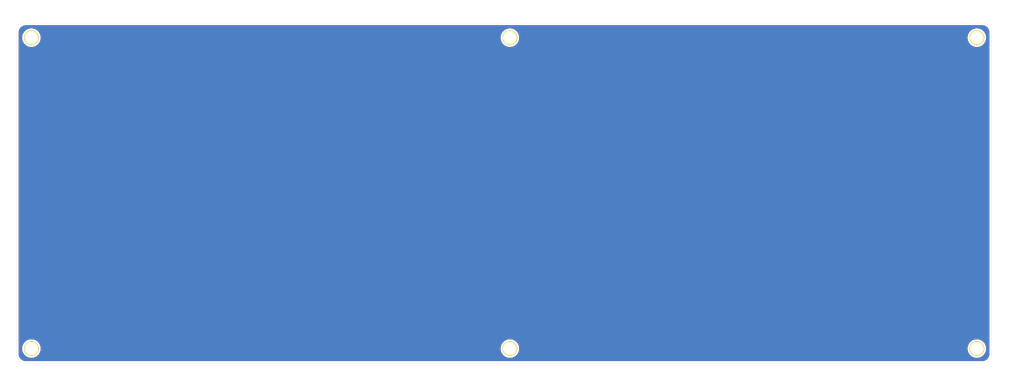
<source format=kicad_pcb>
(kicad_pcb (version 20171130) (host pcbnew "(5.1.5)-3")

  (general
    (thickness 1.6)
    (drawings 8)
    (tracks 0)
    (zones 0)
    (modules 6)
    (nets 1)
  )

  (page A4)
  (layers
    (0 F.Cu signal)
    (31 B.Cu signal)
    (32 B.Adhes user)
    (33 F.Adhes user)
    (34 B.Paste user)
    (35 F.Paste user)
    (36 B.SilkS user)
    (37 F.SilkS user)
    (38 B.Mask user)
    (39 F.Mask user)
    (40 Dwgs.User user)
    (41 Cmts.User user)
    (42 Eco1.User user)
    (43 Eco2.User user)
    (44 Edge.Cuts user)
    (45 Margin user)
    (46 B.CrtYd user)
    (47 F.CrtYd user)
    (48 B.Fab user)
    (49 F.Fab user)
  )

  (setup
    (last_trace_width 0.25)
    (user_trace_width 0.2)
    (trace_clearance 0.2)
    (zone_clearance 0.508)
    (zone_45_only no)
    (trace_min 0.2)
    (via_size 0.8)
    (via_drill 0.4)
    (via_min_size 0.4)
    (via_min_drill 0.3)
    (uvia_size 0.3)
    (uvia_drill 0.1)
    (uvias_allowed no)
    (uvia_min_size 0.2)
    (uvia_min_drill 0.1)
    (edge_width 0.05)
    (segment_width 0.2)
    (pcb_text_width 0.3)
    (pcb_text_size 1.5 1.5)
    (mod_edge_width 0.12)
    (mod_text_size 1 1)
    (mod_text_width 0.15)
    (pad_size 4 4)
    (pad_drill 3.2)
    (pad_to_mask_clearance 0.051)
    (solder_mask_min_width 0.25)
    (aux_axis_origin 0 0)
    (visible_elements 7FFFFFFF)
    (pcbplotparams
      (layerselection 0x010fc_ffffffff)
      (usegerberextensions true)
      (usegerberattributes false)
      (usegerberadvancedattributes false)
      (creategerberjobfile false)
      (excludeedgelayer true)
      (linewidth 0.100000)
      (plotframeref false)
      (viasonmask false)
      (mode 1)
      (useauxorigin false)
      (hpglpennumber 1)
      (hpglpenspeed 20)
      (hpglpendiameter 15.000000)
      (psnegative false)
      (psa4output false)
      (plotreference true)
      (plotvalue true)
      (plotinvisibletext false)
      (padsonsilk false)
      (subtractmaskfromsilk false)
      (outputformat 1)
      (mirror false)
      (drillshape 0)
      (scaleselection 1)
      (outputdirectory "gerber/plate_bot/"))
  )

  (net 0 "")

  (net_class Default "This is the default net class."
    (clearance 0.2)
    (trace_width 0.25)
    (via_dia 0.8)
    (via_drill 0.4)
    (uvia_dia 0.3)
    (uvia_drill 0.1)
  )

  (module keyboard_parts:HOLE_M3 (layer F.Cu) (tedit 0) (tstamp 5E56BE71)
    (at 245.872 208.6205)
    (fp_text reference HOLE_M3 (at 0 -4.5) (layer F.SilkS) hide
      (effects (font (size 1.524 1.524) (thickness 0.3048)))
    )
    (fp_text value VAL** (at 0.05 -7.25) (layer F.SilkS) hide
      (effects (font (size 1.524 1.524) (thickness 0.3048)))
    )
    (pad 1 thru_hole circle (at 0 0) (size 4 4) (drill 3.2) (layers *.Cu *.Mask F.SilkS))
  )

  (module keyboard_parts:HOLE_M3 (layer F.Cu) (tedit 0) (tstamp 5E56BE67)
    (at 245.872 124.5005)
    (fp_text reference HOLE_M3 (at 0 -4.5) (layer F.SilkS) hide
      (effects (font (size 1.524 1.524) (thickness 0.3048)))
    )
    (fp_text value VAL** (at 0.05 -7.25) (layer F.SilkS) hide
      (effects (font (size 1.524 1.524) (thickness 0.3048)))
    )
    (pad 1 thru_hole circle (at 0 0) (size 4 4) (drill 3.2) (layers *.Cu *.Mask F.SilkS))
  )

  (module keyboard_parts:HOLE_M3 (layer F.Cu) (tedit 0) (tstamp 5E56BDF0)
    (at 372.0695 124.5005)
    (fp_text reference HOLE_M3 (at 0 -4.5) (layer F.SilkS) hide
      (effects (font (size 1.524 1.524) (thickness 0.3048)))
    )
    (fp_text value VAL** (at 0.05 -7.25) (layer F.SilkS) hide
      (effects (font (size 1.524 1.524) (thickness 0.3048)))
    )
    (pad 1 thru_hole circle (at 0 0) (size 4 4) (drill 3.2) (layers *.Cu *.Mask F.SilkS))
  )

  (module keyboard_parts:HOLE_M3 (layer F.Cu) (tedit 0) (tstamp 5E56BF70)
    (at 372.0695 208.6205)
    (fp_text reference HOLE_M3 (at 0 -4.5) (layer F.SilkS) hide
      (effects (font (size 1.524 1.524) (thickness 0.3048)))
    )
    (fp_text value VAL** (at 0.05 -7.25) (layer F.SilkS) hide
      (effects (font (size 1.524 1.524) (thickness 0.3048)))
    )
    (pad 1 thru_hole circle (at 0 0) (size 4 4) (drill 3.2) (layers *.Cu *.Mask F.SilkS))
  )

  (module keyboard_parts:HOLE_M3 (layer F.Cu) (tedit 0) (tstamp 5E56BEA0)
    (at 116.563 208.6205)
    (fp_text reference HOLE_M3 (at 0 -4.5) (layer F.SilkS) hide
      (effects (font (size 1.524 1.524) (thickness 0.3048)))
    )
    (fp_text value VAL** (at 0.05 -7.25) (layer F.SilkS) hide
      (effects (font (size 1.524 1.524) (thickness 0.3048)))
    )
    (pad 1 thru_hole circle (at 0 0) (size 4 4) (drill 3.2) (layers *.Cu *.Mask F.SilkS))
  )

  (module keyboard_parts:HOLE_M3 (layer F.Cu) (tedit 0) (tstamp 5E56BE87)
    (at 116.563 124.5005)
    (fp_text reference HOLE_M3 (at 0 -4.5) (layer F.SilkS) hide
      (effects (font (size 1.524 1.524) (thickness 0.3048)))
    )
    (fp_text value VAL** (at 0.05 -7.25) (layer F.SilkS) hide
      (effects (font (size 1.524 1.524) (thickness 0.3048)))
    )
    (pad 1 thru_hole circle (at 0 0) (size 4 4) (drill 3.2) (layers *.Cu *.Mask F.SilkS))
  )

  (gr_arc (start 114.9995 210.1205) (end 112.5865 210.1205) (angle -90) (layer Edge.Cuts) (width 0.05))
  (gr_arc (start 373.5695 210.1205) (end 373.5695 212.5335) (angle -90) (layer Edge.Cuts) (width 0.05))
  (gr_arc (start 373.5695 123.0005) (end 375.9825 123.0005) (angle -90) (layer Edge.Cuts) (width 0.05))
  (gr_arc (start 115.063 123.064) (end 114.9995 120.5875) (angle -88.53119929) (layer Edge.Cuts) (width 0.05))
  (gr_line (start 112.5865 210.1205) (end 112.5865 123.064) (layer Edge.Cuts) (width 0.05) (tstamp 5D704595))
  (gr_line (start 373.5695 212.5335) (end 114.9995 212.5335) (layer Edge.Cuts) (width 0.05))
  (gr_line (start 375.9825 123.0005) (end 375.9825 210.1205) (layer Edge.Cuts) (width 0.05))
  (gr_line (start 114.9995 120.5875) (end 373.5695 120.5875) (layer Edge.Cuts) (width 0.05))

  (zone (net 0) (net_name "") (layer F.Cu) (tstamp 5E862130) (hatch edge 0.508)
    (connect_pads (clearance 0.508))
    (min_thickness 0.254)
    (fill yes (arc_segments 32) (thermal_gap 0.508) (thermal_bridge_width 0.508))
    (polygon
      (pts
        (xy 380.111 218.948) (xy 109.982 215.265) (xy 111.76 118.364) (xy 118.364 117.856) (xy 381 114.3)
      )
    )
    (filled_polygon
      (pts
        (xy 373.909378 121.28399) (xy 374.23631 121.382696) (xy 374.537843 121.543025) (xy 374.802495 121.75887) (xy 375.020178 122.022003)
        (xy 375.182608 122.322411) (xy 375.283596 122.64865) (xy 375.3225 123.0188) (xy 375.322501 210.088211) (xy 375.28601 210.460377)
        (xy 375.187303 210.787312) (xy 375.026976 211.088843) (xy 374.811132 211.353493) (xy 374.547996 211.571179) (xy 374.247589 211.733608)
        (xy 373.92135 211.834596) (xy 373.5512 211.8735) (xy 115.031779 211.8735) (xy 114.659623 211.83701) (xy 114.332688 211.738303)
        (xy 114.031157 211.577976) (xy 113.766507 211.362132) (xy 113.548821 211.098996) (xy 113.386392 210.798589) (xy 113.285404 210.47235)
        (xy 113.2465 210.1022) (xy 113.2465 208.360975) (xy 113.928 208.360975) (xy 113.928 208.880025) (xy 114.029261 209.389101)
        (xy 114.227893 209.868641) (xy 114.516262 210.300215) (xy 114.883285 210.667238) (xy 115.314859 210.955607) (xy 115.794399 211.154239)
        (xy 116.303475 211.2555) (xy 116.822525 211.2555) (xy 117.331601 211.154239) (xy 117.811141 210.955607) (xy 118.242715 210.667238)
        (xy 118.609738 210.300215) (xy 118.898107 209.868641) (xy 119.096739 209.389101) (xy 119.198 208.880025) (xy 119.198 208.360975)
        (xy 243.237 208.360975) (xy 243.237 208.880025) (xy 243.338261 209.389101) (xy 243.536893 209.868641) (xy 243.825262 210.300215)
        (xy 244.192285 210.667238) (xy 244.623859 210.955607) (xy 245.103399 211.154239) (xy 245.612475 211.2555) (xy 246.131525 211.2555)
        (xy 246.640601 211.154239) (xy 247.120141 210.955607) (xy 247.551715 210.667238) (xy 247.918738 210.300215) (xy 248.207107 209.868641)
        (xy 248.405739 209.389101) (xy 248.507 208.880025) (xy 248.507 208.360975) (xy 369.4345 208.360975) (xy 369.4345 208.880025)
        (xy 369.535761 209.389101) (xy 369.734393 209.868641) (xy 370.022762 210.300215) (xy 370.389785 210.667238) (xy 370.821359 210.955607)
        (xy 371.300899 211.154239) (xy 371.809975 211.2555) (xy 372.329025 211.2555) (xy 372.838101 211.154239) (xy 373.317641 210.955607)
        (xy 373.749215 210.667238) (xy 374.116238 210.300215) (xy 374.404607 209.868641) (xy 374.603239 209.389101) (xy 374.7045 208.880025)
        (xy 374.7045 208.360975) (xy 374.603239 207.851899) (xy 374.404607 207.372359) (xy 374.116238 206.940785) (xy 373.749215 206.573762)
        (xy 373.317641 206.285393) (xy 372.838101 206.086761) (xy 372.329025 205.9855) (xy 371.809975 205.9855) (xy 371.300899 206.086761)
        (xy 370.821359 206.285393) (xy 370.389785 206.573762) (xy 370.022762 206.940785) (xy 369.734393 207.372359) (xy 369.535761 207.851899)
        (xy 369.4345 208.360975) (xy 248.507 208.360975) (xy 248.405739 207.851899) (xy 248.207107 207.372359) (xy 247.918738 206.940785)
        (xy 247.551715 206.573762) (xy 247.120141 206.285393) (xy 246.640601 206.086761) (xy 246.131525 205.9855) (xy 245.612475 205.9855)
        (xy 245.103399 206.086761) (xy 244.623859 206.285393) (xy 244.192285 206.573762) (xy 243.825262 206.940785) (xy 243.536893 207.372359)
        (xy 243.338261 207.851899) (xy 243.237 208.360975) (xy 119.198 208.360975) (xy 119.096739 207.851899) (xy 118.898107 207.372359)
        (xy 118.609738 206.940785) (xy 118.242715 206.573762) (xy 117.811141 206.285393) (xy 117.331601 206.086761) (xy 116.822525 205.9855)
        (xy 116.303475 205.9855) (xy 115.794399 206.086761) (xy 115.314859 206.285393) (xy 114.883285 206.573762) (xy 114.516262 206.940785)
        (xy 114.227893 207.372359) (xy 114.029261 207.851899) (xy 113.928 208.360975) (xy 113.2465 208.360975) (xy 113.2465 124.240975)
        (xy 113.928 124.240975) (xy 113.928 124.760025) (xy 114.029261 125.269101) (xy 114.227893 125.748641) (xy 114.516262 126.180215)
        (xy 114.883285 126.547238) (xy 115.314859 126.835607) (xy 115.794399 127.034239) (xy 116.303475 127.1355) (xy 116.822525 127.1355)
        (xy 117.331601 127.034239) (xy 117.811141 126.835607) (xy 118.242715 126.547238) (xy 118.609738 126.180215) (xy 118.898107 125.748641)
        (xy 119.096739 125.269101) (xy 119.198 124.760025) (xy 119.198 124.240975) (xy 243.237 124.240975) (xy 243.237 124.760025)
        (xy 243.338261 125.269101) (xy 243.536893 125.748641) (xy 243.825262 126.180215) (xy 244.192285 126.547238) (xy 244.623859 126.835607)
        (xy 245.103399 127.034239) (xy 245.612475 127.1355) (xy 246.131525 127.1355) (xy 246.640601 127.034239) (xy 247.120141 126.835607)
        (xy 247.551715 126.547238) (xy 247.918738 126.180215) (xy 248.207107 125.748641) (xy 248.405739 125.269101) (xy 248.507 124.760025)
        (xy 248.507 124.240975) (xy 369.4345 124.240975) (xy 369.4345 124.760025) (xy 369.535761 125.269101) (xy 369.734393 125.748641)
        (xy 370.022762 126.180215) (xy 370.389785 126.547238) (xy 370.821359 126.835607) (xy 371.300899 127.034239) (xy 371.809975 127.1355)
        (xy 372.329025 127.1355) (xy 372.838101 127.034239) (xy 373.317641 126.835607) (xy 373.749215 126.547238) (xy 374.116238 126.180215)
        (xy 374.404607 125.748641) (xy 374.603239 125.269101) (xy 374.7045 124.760025) (xy 374.7045 124.240975) (xy 374.603239 123.731899)
        (xy 374.404607 123.252359) (xy 374.116238 122.820785) (xy 373.749215 122.453762) (xy 373.317641 122.165393) (xy 372.838101 121.966761)
        (xy 372.329025 121.8655) (xy 371.809975 121.8655) (xy 371.300899 121.966761) (xy 370.821359 122.165393) (xy 370.389785 122.453762)
        (xy 370.022762 122.820785) (xy 369.734393 123.252359) (xy 369.535761 123.731899) (xy 369.4345 124.240975) (xy 248.507 124.240975)
        (xy 248.405739 123.731899) (xy 248.207107 123.252359) (xy 247.918738 122.820785) (xy 247.551715 122.453762) (xy 247.120141 122.165393)
        (xy 246.640601 121.966761) (xy 246.131525 121.8655) (xy 245.612475 121.8655) (xy 245.103399 121.966761) (xy 244.623859 122.165393)
        (xy 244.192285 122.453762) (xy 243.825262 122.820785) (xy 243.536893 123.252359) (xy 243.338261 123.731899) (xy 243.237 124.240975)
        (xy 119.198 124.240975) (xy 119.096739 123.731899) (xy 118.898107 123.252359) (xy 118.609738 122.820785) (xy 118.242715 122.453762)
        (xy 117.811141 122.165393) (xy 117.331601 121.966761) (xy 116.822525 121.8655) (xy 116.303475 121.8655) (xy 115.794399 121.966761)
        (xy 115.314859 122.165393) (xy 114.883285 122.453762) (xy 114.516262 122.820785) (xy 114.227893 123.252359) (xy 114.029261 123.731899)
        (xy 113.928 124.240975) (xy 113.2465 124.240975) (xy 113.2465 123.087977) (xy 113.283401 122.711631) (xy 113.385736 122.372681)
        (xy 113.551955 122.060068) (xy 113.775735 121.785687) (xy 114.04854 121.560004) (xy 114.359988 121.391604) (xy 114.701185 121.285986)
        (xy 115.037174 121.2475) (xy 373.537222 121.2475)
      )
    )
  )
  (zone (net 0) (net_name "") (layer B.Cu) (tstamp 5E86212D) (hatch edge 0.508)
    (connect_pads (clearance 0.508))
    (min_thickness 0.254)
    (fill yes (arc_segments 32) (thermal_gap 0.508) (thermal_bridge_width 0.508))
    (polygon
      (pts
        (xy 384.81 219.837) (xy 108.077 215.646) (xy 108.204 116.84) (xy 382.016 116.332)
      )
    )
    (filled_polygon
      (pts
        (xy 373.909378 121.28399) (xy 374.23631 121.382696) (xy 374.537843 121.543025) (xy 374.802495 121.75887) (xy 375.020178 122.022003)
        (xy 375.182608 122.322411) (xy 375.283596 122.64865) (xy 375.3225 123.0188) (xy 375.322501 210.088211) (xy 375.28601 210.460377)
        (xy 375.187303 210.787312) (xy 375.026976 211.088843) (xy 374.811132 211.353493) (xy 374.547996 211.571179) (xy 374.247589 211.733608)
        (xy 373.92135 211.834596) (xy 373.5512 211.8735) (xy 115.031779 211.8735) (xy 114.659623 211.83701) (xy 114.332688 211.738303)
        (xy 114.031157 211.577976) (xy 113.766507 211.362132) (xy 113.548821 211.098996) (xy 113.386392 210.798589) (xy 113.285404 210.47235)
        (xy 113.2465 210.1022) (xy 113.2465 208.360975) (xy 113.928 208.360975) (xy 113.928 208.880025) (xy 114.029261 209.389101)
        (xy 114.227893 209.868641) (xy 114.516262 210.300215) (xy 114.883285 210.667238) (xy 115.314859 210.955607) (xy 115.794399 211.154239)
        (xy 116.303475 211.2555) (xy 116.822525 211.2555) (xy 117.331601 211.154239) (xy 117.811141 210.955607) (xy 118.242715 210.667238)
        (xy 118.609738 210.300215) (xy 118.898107 209.868641) (xy 119.096739 209.389101) (xy 119.198 208.880025) (xy 119.198 208.360975)
        (xy 243.237 208.360975) (xy 243.237 208.880025) (xy 243.338261 209.389101) (xy 243.536893 209.868641) (xy 243.825262 210.300215)
        (xy 244.192285 210.667238) (xy 244.623859 210.955607) (xy 245.103399 211.154239) (xy 245.612475 211.2555) (xy 246.131525 211.2555)
        (xy 246.640601 211.154239) (xy 247.120141 210.955607) (xy 247.551715 210.667238) (xy 247.918738 210.300215) (xy 248.207107 209.868641)
        (xy 248.405739 209.389101) (xy 248.507 208.880025) (xy 248.507 208.360975) (xy 369.4345 208.360975) (xy 369.4345 208.880025)
        (xy 369.535761 209.389101) (xy 369.734393 209.868641) (xy 370.022762 210.300215) (xy 370.389785 210.667238) (xy 370.821359 210.955607)
        (xy 371.300899 211.154239) (xy 371.809975 211.2555) (xy 372.329025 211.2555) (xy 372.838101 211.154239) (xy 373.317641 210.955607)
        (xy 373.749215 210.667238) (xy 374.116238 210.300215) (xy 374.404607 209.868641) (xy 374.603239 209.389101) (xy 374.7045 208.880025)
        (xy 374.7045 208.360975) (xy 374.603239 207.851899) (xy 374.404607 207.372359) (xy 374.116238 206.940785) (xy 373.749215 206.573762)
        (xy 373.317641 206.285393) (xy 372.838101 206.086761) (xy 372.329025 205.9855) (xy 371.809975 205.9855) (xy 371.300899 206.086761)
        (xy 370.821359 206.285393) (xy 370.389785 206.573762) (xy 370.022762 206.940785) (xy 369.734393 207.372359) (xy 369.535761 207.851899)
        (xy 369.4345 208.360975) (xy 248.507 208.360975) (xy 248.405739 207.851899) (xy 248.207107 207.372359) (xy 247.918738 206.940785)
        (xy 247.551715 206.573762) (xy 247.120141 206.285393) (xy 246.640601 206.086761) (xy 246.131525 205.9855) (xy 245.612475 205.9855)
        (xy 245.103399 206.086761) (xy 244.623859 206.285393) (xy 244.192285 206.573762) (xy 243.825262 206.940785) (xy 243.536893 207.372359)
        (xy 243.338261 207.851899) (xy 243.237 208.360975) (xy 119.198 208.360975) (xy 119.096739 207.851899) (xy 118.898107 207.372359)
        (xy 118.609738 206.940785) (xy 118.242715 206.573762) (xy 117.811141 206.285393) (xy 117.331601 206.086761) (xy 116.822525 205.9855)
        (xy 116.303475 205.9855) (xy 115.794399 206.086761) (xy 115.314859 206.285393) (xy 114.883285 206.573762) (xy 114.516262 206.940785)
        (xy 114.227893 207.372359) (xy 114.029261 207.851899) (xy 113.928 208.360975) (xy 113.2465 208.360975) (xy 113.2465 124.240975)
        (xy 113.928 124.240975) (xy 113.928 124.760025) (xy 114.029261 125.269101) (xy 114.227893 125.748641) (xy 114.516262 126.180215)
        (xy 114.883285 126.547238) (xy 115.314859 126.835607) (xy 115.794399 127.034239) (xy 116.303475 127.1355) (xy 116.822525 127.1355)
        (xy 117.331601 127.034239) (xy 117.811141 126.835607) (xy 118.242715 126.547238) (xy 118.609738 126.180215) (xy 118.898107 125.748641)
        (xy 119.096739 125.269101) (xy 119.198 124.760025) (xy 119.198 124.240975) (xy 243.237 124.240975) (xy 243.237 124.760025)
        (xy 243.338261 125.269101) (xy 243.536893 125.748641) (xy 243.825262 126.180215) (xy 244.192285 126.547238) (xy 244.623859 126.835607)
        (xy 245.103399 127.034239) (xy 245.612475 127.1355) (xy 246.131525 127.1355) (xy 246.640601 127.034239) (xy 247.120141 126.835607)
        (xy 247.551715 126.547238) (xy 247.918738 126.180215) (xy 248.207107 125.748641) (xy 248.405739 125.269101) (xy 248.507 124.760025)
        (xy 248.507 124.240975) (xy 369.4345 124.240975) (xy 369.4345 124.760025) (xy 369.535761 125.269101) (xy 369.734393 125.748641)
        (xy 370.022762 126.180215) (xy 370.389785 126.547238) (xy 370.821359 126.835607) (xy 371.300899 127.034239) (xy 371.809975 127.1355)
        (xy 372.329025 127.1355) (xy 372.838101 127.034239) (xy 373.317641 126.835607) (xy 373.749215 126.547238) (xy 374.116238 126.180215)
        (xy 374.404607 125.748641) (xy 374.603239 125.269101) (xy 374.7045 124.760025) (xy 374.7045 124.240975) (xy 374.603239 123.731899)
        (xy 374.404607 123.252359) (xy 374.116238 122.820785) (xy 373.749215 122.453762) (xy 373.317641 122.165393) (xy 372.838101 121.966761)
        (xy 372.329025 121.8655) (xy 371.809975 121.8655) (xy 371.300899 121.966761) (xy 370.821359 122.165393) (xy 370.389785 122.453762)
        (xy 370.022762 122.820785) (xy 369.734393 123.252359) (xy 369.535761 123.731899) (xy 369.4345 124.240975) (xy 248.507 124.240975)
        (xy 248.405739 123.731899) (xy 248.207107 123.252359) (xy 247.918738 122.820785) (xy 247.551715 122.453762) (xy 247.120141 122.165393)
        (xy 246.640601 121.966761) (xy 246.131525 121.8655) (xy 245.612475 121.8655) (xy 245.103399 121.966761) (xy 244.623859 122.165393)
        (xy 244.192285 122.453762) (xy 243.825262 122.820785) (xy 243.536893 123.252359) (xy 243.338261 123.731899) (xy 243.237 124.240975)
        (xy 119.198 124.240975) (xy 119.096739 123.731899) (xy 118.898107 123.252359) (xy 118.609738 122.820785) (xy 118.242715 122.453762)
        (xy 117.811141 122.165393) (xy 117.331601 121.966761) (xy 116.822525 121.8655) (xy 116.303475 121.8655) (xy 115.794399 121.966761)
        (xy 115.314859 122.165393) (xy 114.883285 122.453762) (xy 114.516262 122.820785) (xy 114.227893 123.252359) (xy 114.029261 123.731899)
        (xy 113.928 124.240975) (xy 113.2465 124.240975) (xy 113.2465 123.087977) (xy 113.283401 122.711631) (xy 113.385736 122.372681)
        (xy 113.551955 122.060068) (xy 113.775735 121.785687) (xy 114.04854 121.560004) (xy 114.359988 121.391604) (xy 114.701185 121.285986)
        (xy 115.037174 121.2475) (xy 373.537222 121.2475)
      )
    )
  )
)

</source>
